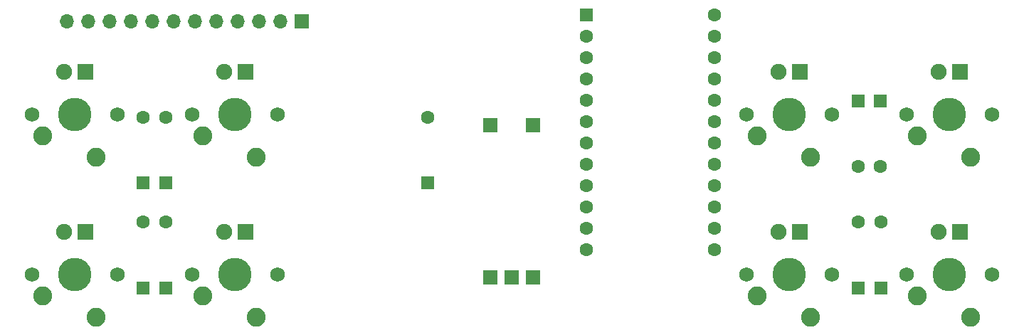
<source format=gbr>
%TF.GenerationSoftware,KiCad,Pcbnew,(5.1.6)-1*%
%TF.CreationDate,2022-01-06T13:40:46-06:00*%
%TF.ProjectId,Pikatea XL Macropad,50696b61-7465-4612-9058-4c204d616372,rev?*%
%TF.SameCoordinates,Original*%
%TF.FileFunction,Soldermask,Top*%
%TF.FilePolarity,Negative*%
%FSLAX46Y46*%
G04 Gerber Fmt 4.6, Leading zero omitted, Abs format (unit mm)*
G04 Created by KiCad (PCBNEW (5.1.6)-1) date 2022-01-06 13:40:46*
%MOMM*%
%LPD*%
G01*
G04 APERTURE LIST*
%ADD10C,1.600000*%
%ADD11R,1.600000X1.600000*%
%ADD12O,1.700000X1.700000*%
%ADD13R,1.700000X1.700000*%
%ADD14C,1.750000*%
%ADD15R,1.905000X1.905000*%
%ADD16C,1.905000*%
%ADD17C,2.250000*%
%ADD18C,3.987800*%
G04 APERTURE END LIST*
D10*
%TO.C,D1*%
X190900000Y-94500000D03*
D11*
X190900000Y-86700000D03*
%TD*%
D10*
%TO.C,D2*%
X191000000Y-101100000D03*
D11*
X191000000Y-108900000D03*
%TD*%
D10*
%TO.C,D3*%
X188300000Y-94500000D03*
D11*
X188300000Y-86700000D03*
%TD*%
D10*
%TO.C,D4*%
X188300000Y-101100000D03*
D11*
X188300000Y-108900000D03*
%TD*%
D10*
%TO.C,D5*%
X105900000Y-88600000D03*
D11*
X105900000Y-96400000D03*
%TD*%
D10*
%TO.C,D6*%
X105900000Y-101100000D03*
D11*
X105900000Y-108900000D03*
%TD*%
D10*
%TO.C,D7*%
X103200000Y-88600000D03*
D11*
X103200000Y-96400000D03*
%TD*%
D10*
%TO.C,D8*%
X103200000Y-101100000D03*
D11*
X103200000Y-108900000D03*
%TD*%
D10*
%TO.C,D9*%
X137100000Y-88600000D03*
D11*
X137100000Y-96400000D03*
%TD*%
D10*
%TO.C,U1*%
X171221400Y-76415900D03*
X171221400Y-78955900D03*
X171221400Y-81495900D03*
X171221400Y-84035900D03*
X171221400Y-86575900D03*
X171221400Y-89115900D03*
X171221400Y-91655900D03*
X171221400Y-94195900D03*
X171221400Y-96735900D03*
X171221400Y-99275900D03*
X171221400Y-101815900D03*
X171221400Y-104355900D03*
X155981400Y-104355900D03*
X155981400Y-101815900D03*
X155981400Y-99275900D03*
X155981400Y-96735900D03*
X155981400Y-94195900D03*
X155981400Y-91655900D03*
X155981400Y-89115900D03*
X155981400Y-86575900D03*
X155981400Y-84035900D03*
X155981400Y-81495900D03*
X155981400Y-78955900D03*
D11*
X155981400Y-76415900D03*
%TD*%
D12*
%TO.C,J1*%
X94170500Y-77177900D03*
X96710500Y-77177900D03*
X99250500Y-77177900D03*
X101790500Y-77177900D03*
X104330500Y-77177900D03*
X106870500Y-77177900D03*
X109410500Y-77177900D03*
X111950500Y-77177900D03*
X114490500Y-77177900D03*
X117030500Y-77177900D03*
X119570500Y-77177900D03*
D13*
X122110500Y-77177900D03*
%TD*%
%TO.C,SW3*%
X144531080Y-89529940D03*
X149611080Y-89529940D03*
X147071080Y-107629940D03*
X144531080Y-107629940D03*
X149611080Y-107629940D03*
%TD*%
D14*
%TO.C,MX8*%
X100131479Y-88323660D03*
X89971479Y-88323660D03*
D15*
X96321479Y-83243660D03*
D16*
X93781479Y-83243660D03*
D17*
X91241479Y-90863660D03*
D18*
X95051479Y-88323660D03*
D17*
X97591479Y-93403660D03*
%TD*%
D14*
%TO.C,MX7*%
X119181480Y-88323660D03*
X109021480Y-88323660D03*
D15*
X115371480Y-83243660D03*
D16*
X112831480Y-83243660D03*
D17*
X110291480Y-90863660D03*
D18*
X114101480Y-88323660D03*
D17*
X116641480Y-93403660D03*
%TD*%
D14*
%TO.C,MX6*%
X185181480Y-88323660D03*
X175021480Y-88323660D03*
D15*
X181371480Y-83243660D03*
D16*
X178831480Y-83243660D03*
D17*
X176291480Y-90863660D03*
D18*
X180101480Y-88323660D03*
D17*
X182641480Y-93403660D03*
%TD*%
D14*
%TO.C,MX5*%
X204231480Y-88323660D03*
X194071480Y-88323660D03*
D15*
X200421480Y-83243660D03*
D16*
X197881480Y-83243660D03*
D17*
X195341480Y-90863660D03*
D18*
X199151480Y-88323660D03*
D17*
X201691480Y-93403660D03*
%TD*%
D14*
%TO.C,MX4*%
X100131479Y-107373660D03*
X89971479Y-107373660D03*
D15*
X96321479Y-102293660D03*
D16*
X93781479Y-102293660D03*
D17*
X91241479Y-109913660D03*
D18*
X95051479Y-107373660D03*
D17*
X97591479Y-112453660D03*
%TD*%
D14*
%TO.C,MX3*%
X119181480Y-107373659D03*
X109021480Y-107373659D03*
D15*
X115371480Y-102293659D03*
D16*
X112831480Y-102293659D03*
D17*
X110291480Y-109913659D03*
D18*
X114101480Y-107373659D03*
D17*
X116641480Y-112453659D03*
%TD*%
D14*
%TO.C,MX2*%
X185181480Y-107373659D03*
X175021480Y-107373659D03*
D15*
X181371480Y-102293659D03*
D16*
X178831480Y-102293659D03*
D17*
X176291480Y-109913659D03*
D18*
X180101480Y-107373659D03*
D17*
X182641480Y-112453659D03*
%TD*%
D14*
%TO.C,MX1*%
X204231480Y-107373659D03*
X194071480Y-107373659D03*
D15*
X200421480Y-102293659D03*
D16*
X197881480Y-102293659D03*
D17*
X195341480Y-109913659D03*
D18*
X199151480Y-107373659D03*
D17*
X201691480Y-112453659D03*
%TD*%
M02*

</source>
